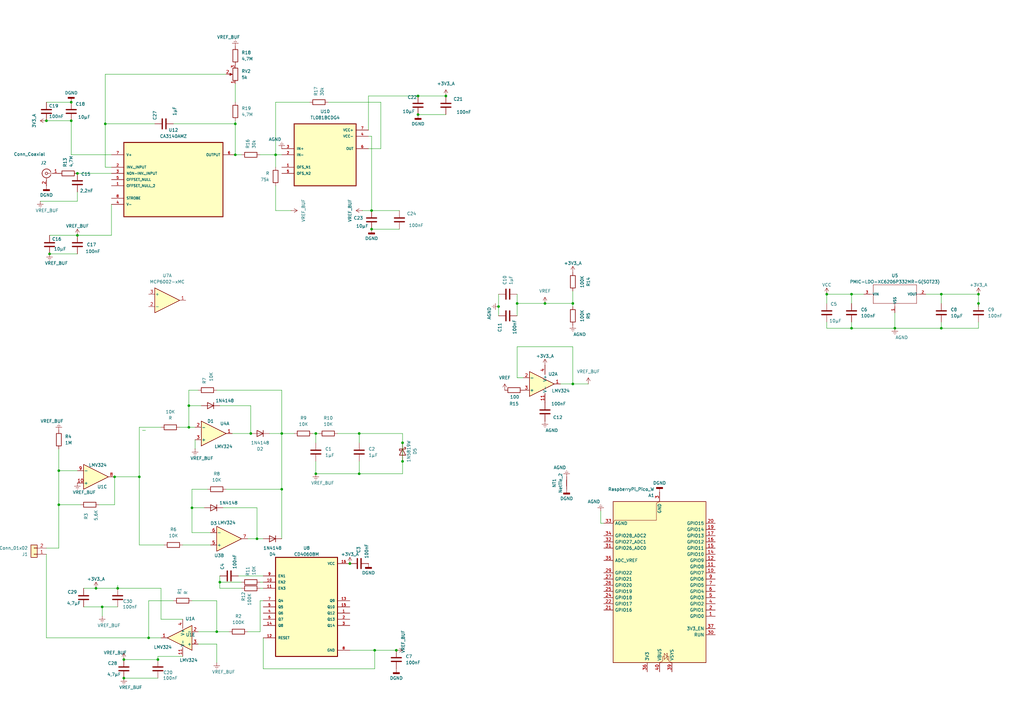
<source format=kicad_sch>
(kicad_sch (version 20250114) (generator "eeschema") (generator_version "9.0")
  (paper "A3")
  (junction (at 147.32 194.31))
  (junction (at 162.56 266.7))
  (junction (at 165.1 181.61))
  (junction (at 50.8 270.51))
  (junction (at 129.54 194.31))
  (junction (at 105.41 220.98))
  (junction (at 24.13 207.01))
  (junction (at 48.26 241.3))
  (junction (at 20.32 104.14))
  (junction (at 171.45 46.99))
  (junction (at 77.47 166.37))
  (junction (at 401.32 124.46))
  (junction (at 115.57 177.8))
  (junction (at 234.95 124.46))
  (junction (at 41.91 248.92))
  (junction (at 39.37 241.3))
  (junction (at 46.99 195.58))
  (junction (at 153.67 266.7))
  (junction (at 182.88 39.37))
  (junction (at 367.03 134.62))
  (junction (at 77.47 175.26))
  (junction (at 90.17 238.76))
  (junction (at 31.75 96.52))
  (junction (at 204.47 125.73))
  (junction (at 171.45 39.37))
  (junction (at 223.52 124.46))
  (junction (at 152.4 93.98))
  (junction (at 386.08 120.65))
  (junction (at 64.77 270.51))
  (junction (at 29.21 49.53))
  (junction (at 102.87 177.8))
  (junction (at 96.52 50.8))
  (junction (at 31.75 71.12))
  (junction (at 43.18 50.8))
  (junction (at 50.8 278.13))
  (junction (at 88.9 259.08))
  (junction (at 19.05 49.53))
  (junction (at 234.95 157.48))
  (junction (at 60.96 261.62))
  (junction (at 349.25 120.65))
  (junction (at 113.03 63.5))
  (junction (at 212.09 124.46))
  (junction (at 115.57 200.66))
  (junction (at 129.54 177.8))
  (junction (at 349.25 134.62))
  (junction (at 24.13 193.04))
  (junction (at 147.32 177.8))
  (junction (at 96.52 63.5))
  (junction (at 78.74 208.28))
  (junction (at 152.4 86.36))
  (junction (at 386.08 134.62))
  (junction (at 339.09 120.65))
  (junction (at 401.32 120.65))
  (junction (at 143.51 231.14))
  (junction (at 165.1 189.23))
  (junction (at 57.15 195.58))
  (junction (at 29.21 41.91))
  (wire (pts (xy 246.38 209.55) (xy 246.38 214.63)))
  (wire (pts (xy 349.25 120.65) (xy 354.33 120.65)))
  (wire (pts (xy 246.38 214.63) (xy 247.65 214.63)))
  (wire (pts (xy 115.57 160.02) (xy 115.57 177.8)))
  (wire (pts (xy 43.18 68.58) (xy 43.18 50.8)))
  (wire (pts (xy 401.32 120.65) (xy 401.32 124.46)))
  (wire (pts (xy 24.13 224.79) (xy 19.05 224.79)))
  (wire (pts (xy 212.09 120.65) (xy 212.09 124.46)))
  (wire (pts (xy 105.41 220.98) (xy 101.6 220.98)))
  (wire (pts (xy 16.51 82.55) (xy 31.75 82.55)))
  (wire (pts (xy 99.06 241.3) (xy 90.17 241.3)))
  (wire (pts (xy 204.47 125.73) (xy 204.47 129.54)))
  (wire (pts (xy 143.51 266.7) (xy 153.67 266.7)))
  (wire (pts (xy 234.95 124.46) (xy 234.95 125.73)))
  (wire (pts (xy 147.32 177.8) (xy 147.32 181.61)))
  (wire (pts (xy 115.57 177.8) (xy 110.49 177.8)))
  (wire (pts (xy 401.32 134.62) (xy 401.32 132.08)))
  (wire (pts (xy 57.15 175.26) (xy 66.04 175.26)))
  (wire (pts (xy 46.99 195.58) (xy 57.15 195.58)))
  (wire (pts (xy 165.1 194.31) (xy 147.32 194.31)))
  (wire (pts (xy 171.45 46.99) (xy 182.88 46.99)))
  (wire (pts (xy 106.68 241.3) (xy 107.95 241.3)))
  (wire (pts (xy 86.36 218.44) (xy 78.74 218.44)))
  (wire (pts (xy 147.32 194.31) (xy 129.54 194.31)))
  (wire (pts (xy 113.03 63.5) (xy 113.03 68.58)))
  (wire (pts (xy 339.09 134.62) (xy 349.25 134.62)))
  (wire (pts (xy 34.29 241.3) (xy 39.37 241.3)))
  (wire (pts (xy 401.32 134.62) (xy 386.08 134.62)))
  (wire (pts (xy 151.13 39.37) (xy 171.45 39.37)))
  (wire (pts (xy 46.99 207.01) (xy 40.64 207.01)))
  (wire (pts (xy 401.32 125.73) (xy 401.32 124.46)))
  (wire (pts (xy 379.73 120.65) (xy 386.08 120.65)))
  (wire (pts (xy 66.04 241.3) (xy 66.04 254)))
  (wire (pts (xy 147.32 177.8) (xy 165.1 177.8)))
  (wire (pts (xy 349.25 134.62) (xy 367.03 134.62)))
  (wire (pts (xy 43.18 30.48) (xy 92.71 30.48)))
  (wire (pts (xy 88.9 271.78) (xy 88.9 264.16)))
  (wire (pts (xy 77.47 175.26) (xy 73.66 175.26)))
  (wire (pts (xy 153.67 266.7) (xy 162.56 266.7)))
  (wire (pts (xy 223.52 124.46) (xy 234.95 124.46)))
  (wire (pts (xy 74.93 223.52) (xy 86.36 223.52)))
  (wire (pts (xy 57.15 195.58) (xy 57.15 223.52)))
  (wire (pts (xy 212.09 154.94) (xy 214.63 154.94)))
  (wire (pts (xy 46.99 195.58) (xy 46.99 207.01)))
  (wire (pts (xy 339.09 124.46) (xy 339.09 120.65)))
  (wire (pts (xy 234.95 157.48) (xy 229.87 157.48)))
  (wire (pts (xy 129.54 177.8) (xy 130.81 177.8)))
  (wire (pts (xy 129.54 194.31) (xy 129.54 189.23)))
  (wire (pts (xy 212.09 124.46) (xy 212.09 129.54)))
  (wire (pts (xy 349.25 124.46) (xy 349.25 120.65)))
  (wire (pts (xy 88.9 259.08) (xy 88.9 246.38)))
  (wire (pts (xy 113.03 63.5) (xy 113.03 41.91)))
  (wire (pts (xy 81.28 259.08) (xy 88.9 259.08)))
  (wire (pts (xy 241.3 157.48) (xy 234.95 157.48)))
  (wire (pts (xy 39.37 241.3) (xy 48.26 241.3)))
  (wire (pts (xy 339.09 132.08) (xy 339.09 134.62)))
  (wire (pts (xy 29.21 63.5) (xy 45.72 63.5)))
  (wire (pts (xy 92.71 200.66) (xy 115.57 200.66)))
  (wire (pts (xy 156.21 60.96) (xy 151.13 60.96)))
  (wire (pts (xy 31.75 78.74) (xy 31.75 82.55)))
  (wire (pts (xy 165.1 194.31) (xy 165.1 189.23)))
  (wire (pts (xy 20.32 104.14) (xy 31.75 104.14)))
  (wire (pts (xy 66.04 254) (xy 74.93 254)))
  (wire (pts (xy 151.13 53.34) (xy 151.13 39.37)))
  (wire (pts (xy 90.17 238.76) (xy 90.17 241.3)))
  (wire (pts (xy 88.9 246.38) (xy 78.74 246.38)))
  (wire (pts (xy 107.95 261.62) (xy 107.95 274.32)))
  (wire (pts (xy 19.05 41.91) (xy 29.21 41.91)))
  (wire (pts (xy 106.68 238.76) (xy 107.95 238.76)))
  (wire (pts (xy 152.4 55.88) (xy 151.13 55.88)))
  (wire (pts (xy 129.54 177.8) (xy 129.54 181.61)))
  (wire (pts (xy 97.79 236.22) (xy 107.95 236.22)))
  (wire (pts (xy 106.68 246.38) (xy 107.95 246.38)))
  (wire (pts (xy 153.67 274.32) (xy 153.67 266.7)))
  (wire (pts (xy 60.96 261.62) (xy 19.05 261.62)))
  (wire (pts (xy 152.4 93.98) (xy 163.83 93.98)))
  (wire (pts (xy 386.08 120.65) (xy 386.08 124.46)))
  (wire (pts (xy 165.1 177.8) (xy 165.1 181.61)))
  (wire (pts (xy 50.8 278.13) (xy 64.77 278.13)))
  (wire (pts (xy 64.77 269.24) (xy 64.77 270.51)))
  (wire (pts (xy 78.74 218.44) (xy 78.74 208.28)))
  (wire (pts (xy 105.41 208.28) (xy 105.41 220.98)))
  (wire (pts (xy 128.27 177.8) (xy 129.54 177.8)))
  (wire (pts (xy 90.17 166.37) (xy 102.87 166.37)))
  (wire (pts (xy 48.26 240.03) (xy 48.26 241.3)))
  (wire (pts (xy 77.47 166.37) (xy 82.55 166.37)))
  (wire (pts (xy 367.03 128.27) (xy 367.03 134.62)))
  (wire (pts (xy 156.21 41.91) (xy 156.21 60.96)))
  (wire (pts (xy 138.43 177.8) (xy 147.32 177.8)))
  (wire (pts (xy 71.12 50.8) (xy 96.52 50.8)))
  (wire (pts (xy 71.12 246.38) (xy 60.96 246.38)))
  (wire (pts (xy 19.05 261.62) (xy 19.05 227.33)))
  (wire (pts (xy 59.69 176.53) (xy 58.42 176.53)))
  (wire (pts (xy 165.1 189.23) (xy 165.1 181.61)))
  (wire (pts (xy 60.96 246.38) (xy 60.96 261.62)))
  (wire (pts (xy 401.32 120.65) (xy 386.08 120.65)))
  (wire (pts (xy 43.18 30.48) (xy 43.18 50.8)))
  (wire (pts (xy 88.9 264.16) (xy 81.28 264.16)))
  (wire (pts (xy 45.72 83.82) (xy 45.72 96.52)))
  (wire (pts (xy 91.44 208.28) (xy 105.41 208.28)))
  (wire (pts (xy 45.72 96.52) (xy 31.75 96.52)))
  (wire (pts (xy 80.01 175.26) (xy 77.47 175.26)))
  (wire (pts (xy 113.03 76.2) (xy 113.03 86.36)))
  (wire (pts (xy 41.91 248.92) (xy 48.26 248.92)))
  (wire (pts (xy 204.47 120.65) (xy 204.47 125.73)))
  (wire (pts (xy 106.68 259.08) (xy 101.6 259.08)))
  (wire (pts (xy 113.03 41.91) (xy 127 41.91)))
  (wire (pts (xy 148.59 86.36) (xy 152.4 86.36)))
  (wire (pts (xy 67.31 223.52) (xy 57.15 223.52)))
  (wire (pts (xy 113.03 86.36) (xy 119.38 86.36)))
  (wire (pts (xy 96.52 50.8) (xy 96.52 63.5)))
  (wire (pts (xy 48.26 241.3) (xy 66.04 241.3)))
  (wire (pts (xy 78.74 208.28) (xy 78.74 200.66)))
  (wire (pts (xy 152.4 86.36) (xy 163.83 86.36)))
  (wire (pts (xy 24.13 207.01) (xy 24.13 193.04)))
  (wire (pts (xy 88.9 160.02) (xy 115.57 160.02)))
  (wire (pts (xy 60.96 261.62) (xy 66.04 261.62)))
  (wire (pts (xy 212.09 154.94) (xy 212.09 142.24)))
  (wire (pts (xy 115.57 200.66) (xy 115.57 177.8)))
  (wire (pts (xy 31.75 193.04) (xy 24.13 193.04)))
  (wire (pts (xy 152.4 86.36) (xy 152.4 55.88)))
  (wire (pts (xy 234.95 142.24) (xy 234.95 157.48)))
  (wire (pts (xy 78.74 200.66) (xy 85.09 200.66)))
  (wire (pts (xy 77.47 166.37) (xy 77.47 160.02)))
  (wire (pts (xy 20.32 96.52) (xy 31.75 96.52)))
  (wire (pts (xy 115.57 177.8) (xy 120.65 177.8)))
  (wire (pts (xy 50.8 270.51) (xy 64.77 270.51)))
  (wire (pts (xy 99.06 238.76) (xy 90.17 238.76)))
  (wire (pts (xy 115.57 63.5) (xy 113.03 63.5)))
  (wire (pts (xy 339.09 120.65) (xy 349.25 120.65)))
  (wire (pts (xy 96.52 34.29) (xy 96.52 41.91)))
  (wire (pts (xy 77.47 175.26) (xy 77.47 166.37)))
  (wire (pts (xy 88.9 259.08) (xy 93.98 259.08)))
  (wire (pts (xy 80.01 180.34) (xy 80.01 184.15)))
  (wire (pts (xy 102.87 177.8) (xy 95.25 177.8)))
  (wire (pts (xy 19.05 49.53) (xy 29.21 49.53)))
  (wire (pts (xy 106.68 259.08) (xy 106.68 246.38)))
  (wire (pts (xy 386.08 134.62) (xy 367.03 134.62)))
  (wire (pts (xy 147.32 189.23) (xy 147.32 194.31)))
  (wire (pts (xy 41.91 252.73) (xy 41.91 248.92)))
  (wire (pts (xy 24.13 207.01) (xy 24.13 224.79)))
  (wire (pts (xy 115.57 220.98) (xy 115.57 200.66)))
  (wire (pts (xy 29.21 49.53) (xy 29.21 63.5)))
  (wire (pts (xy 134.62 41.91) (xy 156.21 41.91)))
  (wire (pts (xy 386.08 134.62) (xy 386.08 132.08)))
  (wire (pts (xy 24.13 193.04) (xy 24.13 184.15)))
  (wire (pts (xy 90.17 236.22) (xy 90.17 238.76)))
  (wire (pts (xy 34.29 248.92) (xy 41.91 248.92)))
  (wire (pts (xy 171.45 39.37) (xy 182.88 39.37)))
  (wire (pts (xy 212.09 124.46) (xy 223.52 124.46)))
  (wire (pts (xy 74.93 269.24) (xy 64.77 269.24)))
  (wire (pts (xy 107.95 220.98) (xy 105.41 220.98)))
  (wire (pts (xy 106.68 63.5) (xy 113.03 63.5)))
  (wire (pts (xy 96.52 63.5) (xy 99.06 63.5)))
  (wire (pts (xy 107.95 274.32) (xy 153.67 274.32)))
  (wire (pts (xy 31.75 71.12) (xy 45.72 71.12)))
  (wire (pts (xy 57.15 175.26) (xy 57.15 195.58)))
  (wire (pts (xy 77.47 160.02) (xy 81.28 160.02)))
  (wire (pts (xy 96.52 49.53) (xy 96.52 50.8)))
  (wire (pts (xy 234.95 119.38) (xy 234.95 124.46)))
  (wire (pts (xy 43.18 50.8) (xy 63.5 50.8)))
  (wire (pts (xy 349.25 134.62) (xy 349.25 132.08)))
  (wire (pts (xy 45.72 68.58) (xy 43.18 68.58)))
  (wire (pts (xy 102.87 166.37) (xy 102.87 177.8)))
  (wire (pts (xy 212.09 142.24) (xy 234.95 142.24)))
  (wire (pts (xy 78.74 208.28) (xy 83.82 208.28)))
  (wire (pts (xy 33.02 207.01) (xy 24.13 207.01)))
  (symbol (lib_id "Device:C") (at 162.56 270.51 0) (unit 1)
    (property "Reference" "C7" (at 166.37 269.2399 0) (effects (justify left)))
    (property "Value" "100nF" (at 166.37 271.7799 0) (effects (justify left)))
    (property "Description" "Unpolarized capacitor" (effects (hide yes)))
  )
  (symbol (lib_id "Device:C") (at 223.52 168.91 0) (unit 1)
    (property "Reference" "C12" (at 226.822 171.196 0) (effects (justify left)))
    (property "Value" "100nF" (at 226.06 165.608 0) (effects (justify left)))
    (property "Description" "Unpolarized capacitor" (effects (hide yes)))
  )
  (symbol (lib_id "Device:C") (at 20.32 100.33 0) (unit 1)
    (property "Reference" "C16" (at 21.336 98.044 0) (effects (justify left)))
    (property "Value" "10µF" (at 22.098 102.108 0) (effects (justify left)))
    (property "Description" "Unpolarized capacitor" (effects (hide yes)))
  )
  (symbol (lib_id "power:Earth") (at 204.47 125.73 270) (unit 1)
    (property "Reference" "#PWR036" (effects (hide yes)))
    (property "Value" "AGND" (at 200.66 128.524 0))
    (property "Description" "Power symbol creates a global label with name \"Earth\"" (effects (hide yes)))
  )
  (symbol (lib_id "power:VDD") (at 207.01 160.02 0) (unit 1)
    (property "Reference" "#PWR038" (effects (hide yes)))
    (property "Value" "VREF" (at 207.01 154.94 0))
    (property "Description" "Power symbol creates a global label with name \"VDD\"" (effects (hide yes)))
  )
  (symbol (lib_id "CD4060BM:CD4060BM") (at 125.73 248.92 0) (unit 1)
    (property "Reference" "U8" (at 125.73 224.79 0))
    (property "Value" "CD4060BM" (at 125.73 227.33 0))
    (property "Footprint" "CD4060BM:SOIC127P600X175-16N" (effects (hide yes)))
    (property "MF" "Texas Instruments" (effects (hide yes)))
    (property "Description_1" "CMOS 14-Stage Ripple-Carry Binary Counter/Divider and Oscillator" (effects (hide yes)))
    (property "Package" "SOIC-16 Texas Instruments" (effects (hide yes)))
    (property "Price" "None" (effects (hide yes)))
    (property "SnapEDA_Link" "https://www.snapeda.com/parts/CD4060BM/Texas+Instruments/view-part/?ref=snap" (effects (hide yes)))
    (property "MP" "CD4060BM" (effects (hide yes)))
    (property "Availability" "In Stock" (effects (hide yes)))
    (property "Check_prices" "https://www.snapeda.com/parts/CD4060BM/Texas+Instruments/view-part/?ref=eda" (effects (hide yes)))
  )
  (symbol (lib_id "power:Earth") (at 246.38 209.55 180) (unit 1)
    (property "Reference" "#PWR032" (effects (hide yes)))
    (property "Value" "AGND" (at 243.586 205.74 0))
    (property "Description" "Power symbol creates a global label with name \"Earth\"" (effects (hide yes)))
  )
  (symbol (lib_id "power:+3V0") (at 234.95 111.76 0) (unit 1)
    (property "Reference" "#PWR034" (effects (hide yes)))
    (property "Value" "+3V3_A" (at 234.95 107.95 0))
    (property "Description" "Power symbol creates a global label with name \"+3V0\"" (effects (hide yes)))
  )
  (symbol (lib_id "power:Earth") (at 223.52 172.72 0) (unit 1)
    (property "Reference" "#PWR040" (effects (hide yes)))
    (property "Value" "AGND" (at 226.314 176.53 0))
    (property "Description" "Power symbol creates a global label with name \"Earth\"" (effects (hide yes)))
  )
  (symbol (lib_id "Device:R") (at 96.52 22.86 0) (unit 1)
    (property "Reference" "R18" (at 99.06 21.5899 0) (effects (justify left)))
    (property "Value" "4,7M" (at 99.06 24.1299 0) (effects (justify left)))
    (property "Description" "Resistor" (effects (hide yes)))
  )
  (symbol (lib_id "power:GNDD") (at 152.4 93.98 0) (unit 1)
    (property "Reference" "#PWR020" (effects (hide yes)))
    (property "Value" "DGND" (at 152.4 97.79 0))
    (property "Description" "Power symbol creates a global label with name \"GNDD\" , digital ground" (effects (hide yes)))
  )
  (symbol (lib_id "Device:R") (at 113.03 72.39 180) (unit 1)
    (property "Reference" "75k" (at 110.49 73.6601 0) (effects (justify left)))
    (property "Value" "R" (at 110.49 71.1201 0) (effects (justify left)))
    (property "Description" "Resistor" (effects (hide yes)))
  )
  (symbol (lib_id "Device:R") (at 27.94 71.12 90) (unit 1)
    (property "Reference" "R13" (at 26.6699 68.58 0) (effects (justify left)))
    (property "Value" "4,7M" (at 29.2099 68.58 0) (effects (justify left)))
    (property "Description" "Resistor" (effects (hide yes)))
  )
  (symbol (lib_id "power:GNDD") (at 270.51 201.93 180) (unit 1)
    (property "Reference" "#PWR033" (effects (hide yes)))
    (property "Value" "DGND" (at 270.51 198.12 0))
    (property "Description" "Power symbol creates a global label with name \"GNDD\" , digital ground" (effects (hide yes)))
  )
  (symbol (lib_id "power:VCC") (at 339.09 120.65 0) (unit 1)
    (property "Reference" "#PWR011" (effects (hide yes)))
    (property "Value" "VCC" (at 339.09 116.84 0))
    (property "Description" "Power symbol creates a global label with name \"VCC\"" (effects (hide yes)))
  )
  (symbol (lib_id "Device:R") (at 234.95 115.57 0) (unit 1)
    (property "Reference" "R14" (at 241.3 115.57 90))
    (property "Value" "100K" (at 238.76 115.57 90))
    (property "Description" "Resistor" (effects (hide yes)))
  )
  (symbol (lib_id "Device:C") (at 93.98 236.22 90) (unit 1)
    (property "Reference" "C4" (at 91.186 233.68 0) (effects (justify left)))
    (property "Value" "100nF" (at 96.266 233.426 0) (effects (justify left)))
    (property "Description" "Unpolarized capacitor" (effects (hide yes)))
  )
  (symbol (lib_id "Diode:1N4148") (at 86.36 166.37 180) (unit 1)
    (property "Reference" "D1" (at 86.36 172.72 0))
    (property "Value" "1N4148" (at 92.202 164.338 0))
    (property "Footprint" "Diode_THT:D_DO-35_SOD27_P7.62mm_Horizontal" (effects (hide yes)))
    (property "Datasheet" "https://assets.nexperia.com/documents/data-sheet/1N4148_1N4448.pdf" (effects (hide yes)))
    (property "Description" "100V 0.15A standard switching diode, DO-35" (effects (hide yes)))
    (property "Sim.Device" "D" (effects (hide yes)))
    (property "Sim.Pins" "1=K 2=A" (effects (hide yes)))
  )
  (symbol (lib_id "Amplifier_Operational:LMV324") (at 222.25 157.48 0) (mirror x) (unit 1)
    (property "Reference" "U2" (at 226.822 153.416 0))
    (property "Value" "LMV324" (effects (hide yes)))
    (property "Datasheet" "http://www.ti.com/lit/ds/symlink/lmv324.pdf" (effects (hide yes)))
    (property "Description" "Quad Low-Voltage Rail-to-Rail Output Operational Amplifier, SOIC-14/SSOP-14" (effects (hide yes)))
  )
  (symbol (lib_id "Device:R") (at 71.12 223.52 90) (unit 1)
    (property "Reference" "R6" (at 71.12 217.17 90))
    (property "Value" "10K" (at 71.12 219.71 90))
    (property "Description" "Resistor" (effects (hide yes)))
  )
  (symbol (lib_id "power:+3V0") (at 401.32 120.65 0) (unit 1)
    (property "Reference" "#PWR012" (effects (hide yes)))
    (property "Value" "+3V3_A" (at 401.32 116.84 0))
    (property "Description" "Power symbol creates a global label with name \"+3V0\"" (effects (hide yes)))
  )
  (symbol (lib_id "Device:C") (at 182.88 43.18 0) (unit 1)
    (property "Reference" "C21" (at 185.928 40.64 0) (effects (justify left)))
    (property "Value" "100nF" (at 187.198 45.974 0) (effects (justify left)))
    (property "Description" "Unpolarized capacitor" (effects (hide yes)))
  )
  (symbol (lib_id "Device:R") (at 85.09 160.02 90) (unit 1)
    (property "Reference" "R7" (at 83.8199 157.48 0) (effects (justify left)))
    (property "Value" "10K" (at 86.614 156.464 0) (effects (justify left)))
    (property "Description" "Resistor" (effects (hide yes)))
  )
  (symbol (lib_id "power:Earth") (at 234.95 133.35 0) (unit 1)
    (property "Reference" "#PWR035" (effects (hide yes)))
    (property "Value" "AGND" (at 237.744 137.16 0))
    (property "Description" "Power symbol creates a global label with name \"Earth\"" (effects (hide yes)))
  )
  (symbol (lib_id "CA3140AMZ:CA3140AMZ") (at 71.12 71.12 0) (unit 1)
    (property "Reference" "U12" (at 71.12 53.34 0))
    (property "Value" "CA3140AMZ" (at 71.12 55.88 0))
    (property "Footprint" "CA3140AMZ:SOIC127P600X175-8N" (effects (hide yes)))
    (property "MF" "Renesas Electronics" (effects (hide yes)))
    (property "Description_1" "Standard (General Purpose) Amplifier 1 Circuit 8-SOIC" (effects (hide yes)))
    (property "PACKAGE" "SOIC-8" (effects (hide yes)))
    (property "MPN" "CA3140AMZ" (effects (hide yes)))
    (property "Price" "None" (effects (hide yes)))
    (property "Package" "SOIC-8 Intersil" (effects (hide yes)))
    (property "OC_FARNELL" "9663622" (effects (hide yes)))
    (property "SnapEDA_Link" "https://www.snapeda.com/parts/CA3140AMZ/Renesas/view-part/?ref=snap" (effects (hide yes)))
    (property "MP" "CA3140AMZ" (effects (hide yes)))
    (property "Purchase-URL" "https://www.snapeda.com/api/url_track_click_mouser/?unipart_id=332158&manufacturer=Renesas Electronics&part_name=CA3140AMZ&search_term=None" (effects (hide yes)))
    (property "SUPPLIER" "INTERSIL" (effects (hide yes)))
    (property "OC_NEWARK" "57K3024" (effects (hide yes)))
    (property "Availability" "In Stock" (effects (hide yes)))
    (property "Check_prices" "https://www.snapeda.com/parts/CA3140AMZ/Renesas/view-part/?ref=eda" (effects (hide yes)))
  )
  (symbol (lib_id "power:+3V0") (at 31.75 96.52 0) (unit 1)
    (property "Reference" "#PWR016" (effects (hide yes)))
    (property "Value" "VREF_BUF" (at 31.75 92.71 0))
    (property "Description" "Power symbol creates a global label with name \"+3V0\"" (effects (hide yes)))
  )
  (symbol (lib_id "power:+5V") (at 148.59 86.36 90) (unit 1)
    (property "Reference" "#PWR028" (effects (hide yes)))
    (property "Value" "VREF_BUF" (at 143.51 86.36 0))
    (property "Description" "Power symbol creates a global label with name \"+5V\"" (effects (hide yes)))
  )
  (symbol (lib_id "Device:R") (at 102.87 241.3 90) (unit 1)
    (property "Reference" "R12" (at 99.822 246.634 0) (effects (justify left)))
    (property "Value" "100K" (at 101.6 248.412 0) (effects (justify left top)))
    (property "Description" "Resistor" (effects (hide yes)))
  )
  (symbol (lib_id "power:GNDD") (at 171.45 46.99 0) (unit 1)
    (property "Reference" "#PWR023" (effects (hide yes)))
    (property "Value" "DGND" (at 171.45 50.8 0))
    (property "Description" "Power symbol creates a global label with name \"GNDD\" , digital ground" (effects (hide yes)))
  )
  (symbol (lib_id "power:Earth") (at 232.41 195.58 180) (unit 1)
    (property "Reference" "#PWR031" (effects (hide yes)))
    (property "Value" "AGND" (at 229.616 191.77 0))
    (property "Description" "Power symbol creates a global label with name \"Earth\"" (effects (hide yes)))
  )
  (symbol (lib_id "Amplifier_Operational:MCP6002-xMC") (at 68.58 123.19 0) (unit 1)
    (property "Reference" "U7" (at 68.58 113.03 0))
    (property "Value" "MCP6002-xMC" (at 68.58 115.57 0))
    (property "Footprint" "Package_DFN_QFN:DFN-8-1EP_3x2mm_P0.5mm_EP1.75x1.45mm" (effects (hide yes)))
    (property "Datasheet" "http://ww1.microchip.com/downloads/en/DeviceDoc/21733j.pdf" (effects (hide yes)))
    (property "Description" "1MHz, Low-Power Op Amp, DFN-8" (effects (hide yes)))
  )
  (symbol (lib_id "Device:C") (at 129.54 185.42 0) (unit 1)
    (property "Reference" "C1" (at 133.35 184.1499 0) (effects (justify left)))
    (property "Value" "1µF" (at 133.35 186.6899 0) (effects (justify left)))
    (property "Description" "Unpolarized capacitor" (effects (hide yes)))
  )
  (symbol (lib_id "TL081BCDG4:TL081BCDG4") (at 133.35 63.5 0) (unit 1)
    (property "Reference" "U10" (at 133.35 45.72 0))
    (property "Value" "TL081BCDG4" (at 133.35 48.26 0))
    (property "Footprint" "TL081BCDG4:SOIC127P599X175-8N" (effects (hide yes)))
    (property "MF" "Texas Instruments" (effects (hide yes)))
    (property "Description_1" "J-FET Amplifier 1 Circuit - 8-SOIC" (effects (hide yes)))
    (property "Package" "SOIC-8 Texas Instruments" (effects (hide yes)))
    (property "Price" "None" (effects (hide yes)))
    (property "SnapEDA_Link" "https://www.snapeda.com/parts/TL081BCDG4/Texas+Instruments/view-part/?ref=snap" (effects (hide yes)))
    (property "MP" "TL081BCDG4" (effects (hide yes)))
    (property "Purchase-URL" "https://www.snapeda.com/api/url_track_click_mouser/?unipart_id=641160&manufacturer=Texas Instruments&part_name=TL081BCDG4&search_term=None" (effects (hide yes)))
    (property "Availability" "In Stock" (effects (hide yes)))
    (property "Check_prices" "https://www.snapeda.com/parts/TL081BCDG4/Texas+Instruments/view-part/?ref=eda" (effects (hide yes)))
  )
  (symbol (lib_id "Device:R") (at 36.83 207.01 90) (unit 1)
    (property "Reference" "R3" (at 35.306 213.106 0) (effects (justify left)))
    (property "Value" "5,6K" (at 39.37 213.614 0) (effects (justify left)))
    (property "Description" "Resistor" (effects (hide yes)))
  )
  (symbol (lib_id "power:Earth") (at 115.57 60.96 180) (unit 1)
    (property "Reference" "#PWR025" (effects (hide yes)))
    (property "Value" "AGND" (at 112.776 57.15 0))
    (property "Description" "Power symbol creates a global label with name \"Earth\"" (effects (hide yes)))
  )
  (symbol (lib_id "Device:C") (at 31.75 100.33 0) (unit 1)
    (property "Reference" "C17" (at 35.56 100.33 0) (effects (justify left)))
    (property "Value" "100nF" (at 35.052 103.124 0) (effects (justify left)))
    (property "Description" "Unpolarized capacitor" (effects (hide yes)))
  )
  (symbol (lib_id "Device:C") (at 171.45 43.18 0) (unit 1)
    (property "Reference" "C22" (at 167.132 39.878 0) (effects (justify left)))
    (property "Value" "10µF" (at 165.1 45.72 0) (effects (justify left)))
    (property "Description" "Unpolarized capacitor" (effects (hide yes)))
  )
  (symbol (lib_id "Device:C") (at 31.75 74.93 0) (unit 1)
    (property "Reference" "C15" (at 33.274 71.374 0) (effects (justify left)))
    (property "Value" "2,2nF" (at 32.766 78.232 0) (effects (justify left)))
    (property "Description" "Unpolarized capacitor" (effects (hide yes)))
  )
  (symbol (lib_id "power:Earth") (at 80.01 184.15 0) (unit 1)
    (property "Reference" "#PWR06" (effects (hide yes)))
    (property "Value" "VREF_BUF" (at 82.804 187.96 0))
    (property "Description" "Power symbol creates a global label with name \"Earth\"" (effects (hide yes)))
  )
  (symbol (lib_id "Device:R") (at 102.87 63.5 90) (unit 1)
    (property "Reference" "R16" (at 101.5999 60.96 0) (effects (justify left)))
    (property "Value" "30k" (at 104.1399 60.96 0) (effects (justify left)))
    (property "Description" "Resistor" (effects (hide yes)))
  )
  (symbol (lib_id "power:+5V") (at 182.88 39.37 0) (unit 1)
    (property "Reference" "#PWR024" (effects (hide yes)))
    (property "Value" "+3V3_A" (at 182.88 34.29 0))
    (property "Description" "Power symbol creates a global label with name \"+5V\"" (effects (hide yes)))
  )
  (symbol (lib_id "power:Earth") (at 24.13 176.53 180) (unit 1)
    (property "Reference" "#PWR02" (effects (hide yes)))
    (property "Value" "VREF_BUF" (at 21.336 172.72 0))
    (property "Description" "Power symbol creates a global label with name \"Earth\"" (effects (hide yes)))
  )
  (symbol (lib_id "MCU_Module:RaspberryPi_Pico_W") (at 270.51 237.49 180) (unit 1)
    (property "Reference" "A1" (at 268.3667 203.2 0) (effects (justify left)))
    (property "Value" "RaspberryPi_Pico_W" (at 268.3667 200.66 0) (effects (justify left)))
    (property "Footprint" "Module:RaspberryPi_Pico_W_SMD_HandSolder" (effects (hide yes)))
    (property "Datasheet" "https://datasheets.raspberrypi.com/picow/pico-w-datasheet.pdf" (effects (hide yes)))
    (property "Description" "Versatile and inexpensive wireless microcontroller module powered by RP2040 dual-core Arm Cortex-M0+ processor up to 133 MHz, 264kB SRAM, 2MB QSPI flash, Infineon CYW43439 2.4GHz 802.11n wireless LAN; also supports Raspberry Pi Pico 2 W" (effects (hide yes)))
  )
  (symbol (lib_id "power:+5V") (at 19.05 49.53 90) (unit 1)
    (property "Reference" "#PWR021" (effects (hide yes)))
    (property "Value" "3V3_A" (at 13.97 49.53 0))
    (property "Description" "Power symbol creates a global label with name \"+5V\"" (effects (hide yes)))
  )
  (symbol (lib_id "power:+5V") (at 119.38 86.36 270) (unit 1)
    (property "Reference" "#PWR029" (effects (hide yes)))
    (property "Value" "VREF_BUF" (at 124.46 86.36 0))
    (property "Description" "Power symbol creates a global label with name \"+5V\"" (effects (hide yes)))
  )
  (symbol (lib_id "Device:R") (at 210.82 160.02 90) (unit 1)
    (property "Reference" "R15" (at 210.82 165.608 90))
    (property "Value" "100" (at 211.074 162.814 90))
    (property "Description" "Resistor" (effects (hide yes)))
  )
  (symbol (lib_id "power:VDD") (at 223.52 124.46 0) (unit 1)
    (property "Reference" "#PWR037" (effects (hide yes)))
    (property "Value" "VREF" (at 223.52 119.38 0))
    (property "Description" "Power symbol creates a global label with name \"VDD\"" (effects (hide yes)))
  )
  (symbol (lib_id "Device:C") (at 339.09 128.27 0) (unit 1)
    (property "Reference" "C5" (at 340.614 124.714 0) (effects (justify left)))
    (property "Value" "10µF" (at 340.106 131.572 0) (effects (justify left)))
    (property "Description" "Unpolarized capacitor" (effects (hide yes)))
  )
  (symbol (lib_id "power:Earth") (at 367.03 134.62 0) (unit 1)
    (property "Reference" "#PWR013" (effects (hide yes)))
    (property "Value" "AGND" (at 369.824 138.43 0))
    (property "Description" "Power symbol creates a global label with name \"Earth\"" (effects (hide yes)))
  )
  (symbol (lib_id "power:GNDD") (at 162.56 274.32 0) (unit 1)
    (property "Reference" "#PWR07" (effects (hide yes)))
    (property "Value" "DGND" (at 162.56 278.13 0))
    (property "Description" "Power symbol creates a global label with name \"GNDD\" , digital ground" (effects (hide yes)))
  )
  (symbol (lib_id "Diode:1N5819") (at 165.1 185.42 270) (unit 1)
    (property "Reference" "D5" (at 170.18 185.1025 0))
    (property "Value" "1N5819W" (at 167.64 185.1025 0))
    (property "Footprint" "Diode_THT:D_DO-41_SOD81_P10.16mm_Horizontal" (effects (hide yes)))
    (property "Datasheet" "http://www.vishay.com/docs/88525/1n5817.pdf" (effects (hide yes)))
    (property "Description" "40V 1A Schottky Barrier Rectifier Diode, DO-41" (effects (hide yes)))
  )
  (symbol (lib_id "power:Earth") (at 129.54 194.31 0) (unit 1)
    (property "Reference" "#PWR03" (effects (hide yes)))
    (property "Value" "VREF_BUF" (at 132.334 198.12 0))
    (property "Description" "Power symbol creates a global label with name \"Earth\"" (effects (hide yes)))
  )
  (symbol (lib_id "Amplifier_Operational:LMV324") (at 39.37 195.58 0) (mirror x) (unit 3)
    (property "Reference" "U1" (at 41.91 199.644 0))
    (property "Value" "LMV324" (at 40.132 190.754 0))
    (property "Datasheet" "http://www.ti.com/lit/ds/symlink/lmv324.pdf" (effects (hide yes)))
    (property "Description" "Quad Low-Voltage Rail-to-Rail Output Operational Amplifier, SOIC-14/SSOP-14" (effects (hide yes)))
  )
  (symbol (lib_id "Device:R") (at 69.85 175.26 90) (unit 1)
    (property "Reference" "10K" (at 69.85 168.91 90))
    (property "Value" "R" (at 69.85 171.45 90))
    (property "Description" "Resistor" (effects (hide yes)))
  )
  (symbol (lib_id "Diode:1N4148") (at 106.68 177.8 180) (unit 1)
    (property "Reference" "D2" (at 106.68 184.15 0))
    (property "Value" "1N4148" (at 106.68 181.61 0))
    (property "Footprint" "Diode_THT:D_DO-35_SOD27_P7.62mm_Horizontal" (effects (hide yes)))
    (property "Datasheet" "https://assets.nexperia.com/documents/data-sheet/1N4148_1N4448.pdf" (effects (hide yes)))
    (property "Description" "100V 0.15A standard switching diode, DO-35" (effects (hide yes)))
    (property "Sim.Device" "D" (effects (hide yes)))
    (property "Sim.Pins" "1=K 2=A" (effects (hide yes)))
  )
  (symbol (lib_id "power:VDD") (at 241.3 157.48 0) (unit 1)
    (property "Reference" "#PWR039" (effects (hide yes)))
    (property "Value" "VREF_BUF" (at 241.3 152.4 0))
    (property "Description" "Power symbol creates a global label with name \"VDD\"" (effects (hide yes)))
  )
  (symbol (lib_id "Device:R") (at 24.13 180.34 0) (unit 1)
    (property "Reference" "R4" (at 26.67 179.0699 0) (effects (justify left)))
    (property "Value" "1M" (at 26.67 181.6099 0) (effects (justify left)))
    (property "Description" "Resistor" (effects (hide yes)))
  )
  (symbol (lib_id "Device:C") (at 349.25 128.27 0) (unit 1)
    (property "Reference" "C6" (at 353.06 126.9999 0) (effects (justify left)))
    (property "Value" "100nF" (at 353.06 129.5399 0) (effects (justify left)))
    (property "Description" "Unpolarized capacitor" (effects (hide yes)))
  )
  (symbol (lib_id "Device:R_Potentiometer") (at 96.52 30.48 180) (unit 1)
    (property "Reference" "RV2" (at 99.06 29.2099 0) (effects (justify right)))
    (property "Value" "5k" (at 99.06 31.7499 0) (effects (justify right)))
    (property "Description" "Potentiometer" (effects (hide yes)))
  )
  (symbol (lib_id "Device:R") (at 124.46 177.8 90) (unit 1)
    (property "Reference" "R9" (at 124.46 171.45 90))
    (property "Value" "10K" (at 124.46 173.99 90))
    (property "Description" "Resistor" (effects (hide yes)))
  )
  (symbol (lib_id "Device:NetTie_2") (at 232.41 198.12 90) (unit 1) (in_bom no)
    (property "Reference" "NT1" (at 227.33 198.12 0))
    (property "Value" "NetTie_2" (at 229.87 198.12 0))
    (property "Description" "Net tie, 2 pins" (effects (hide yes)))
  )
  (symbol (lib_id "power:GNDD") (at 29.21 41.91 180) (unit 1)
    (property "Reference" "#PWR019" (effects (hide yes)))
    (property "Value" "DGND" (at 29.21 38.1 0))
    (property "Description" "Power symbol creates a global label with name \"GNDD\" , digital ground" (effects (hide yes)))
  )
  (symbol (lib_id "PMIC-LDO-XC6206P332MR-G_SOT23_:PMIC-LDO-XC6206P332MR-G(SOT23)") (at 367.03 120.65 0) (unit 1)
    (property "Reference" "U5" (at 367.03 113.03 0))
    (property "Value" "PMIC-LDO-XC6206P332MR-G(SOT23)" (at 367.03 115.57 0))
    (property "Footprint" "SOT-23" (effects (hide yes)))
    (property "MPN" "XC6206P332MR-G" (effects (hide yes)))
    (property "VALUE" "XC6206P332MR-G-SOT23" (effects (hide yes)))
  )
  (symbol (lib_id "Amplifier_Operational:LMV324") (at 73.66 261.62 180) (unit 1)
    (property "Reference" "U1" (at 77.978 253.746 0))
    (property "Value" "LMV324" (at 66.802 265.43 0))
    (property "Datasheet" "http://www.ti.com/lit/ds/symlink/lmv324.pdf" (effects (hide yes)))
    (property "Description" "Quad Low-Voltage Rail-to-Rail Output Operational Amplifier, SOIC-14/SSOP-14" (effects (hide yes)))
  )
  (symbol (lib_id "Device:C") (at 152.4 90.17 0) (unit 1)
    (property "Reference" "C23" (at 145.034 89.408 0) (effects (justify left)))
    (property "Value" "10µF" (at 146.05 92.71 0) (effects (justify left)))
    (property "Description" "Unpolarized capacitor" (effects (hide yes)))
  )
  (symbol (lib_id "Device:R") (at 74.93 246.38 90) (unit 1)
    (property "Reference" "R1" (at 73.6599 243.84 0) (effects (justify left)))
    (property "Value" "R" (at 76.1999 243.84 0) (effects (justify left)))
    (property "Description" "Resistor" (effects (hide yes)))
  )
  (symbol (lib_id "Diode:1N4148") (at 111.76 220.98 180) (unit 1)
    (property "Reference" "D4" (at 111.76 227.33 0))
    (property "Value" "1N4148" (at 111.76 224.79 0))
    (property "Footprint" "Diode_THT:D_DO-35_SOD27_P7.62mm_Horizontal" (effects (hide yes)))
    (property "Datasheet" "https://assets.nexperia.com/documents/data-sheet/1N4148_1N4448.pdf" (effects (hide yes)))
    (property "Description" "100V 0.15A standard switching diode, DO-35" (effects (hide yes)))
    (property "Sim.Device" "D" (effects (hide yes)))
    (property "Sim.Pins" "1=K 2=A" (effects (hide yes)))
  )
  (symbol (lib_id "Device:C") (at 67.31 50.8 90) (unit 1)
    (property "Reference" "C27" (at 63.5 49.276 0) (effects (justify left)))
    (property "Value" "1µF" (at 71.628 47.498 0) (effects (justify left)))
    (property "Description" "Unpolarized capacitor" (effects (hide yes)))
  )
  (symbol (lib_id "power:+3V0") (at 50.8 270.51 0) (unit 1)
    (property "Reference" "#PWR027" (effects (hide yes)))
    (property "Value" "VREF_BUF" (at 47.244 267.716 0))
    (property "Description" "Power symbol creates a global label with name \"+3V0\"" (effects (hide yes)))
  )
  (symbol (lib_id "Device:R") (at 234.95 129.54 0) (unit 1)
    (property "Reference" "R5" (at 241.3 129.54 90))
    (property "Value" "100K" (at 238.76 129.54 90))
    (property "Description" "Resistor" (effects (hide yes)))
  )
  (symbol (lib_id "Device:C") (at 64.77 274.32 180) (unit 1)
    (property "Reference" "C20" (at 70.866 275.844 0) (effects (justify left)))
    (property "Value" "100nF" (at 72.898 278.13 0) (effects (justify left)))
    (property "Description" "Unpolarized capacitor" (effects (hide yes)))
  )
  (symbol (lib_id "Device:C") (at 147.32 231.14 90) (unit 1)
    (property "Reference" "C3" (at 147.066 226.822 0) (effects (justify left)))
    (property "Value" "100nF" (at 150.368 229.108 0) (effects (justify left)))
    (property "Description" "Unpolarized capacitor" (effects (hide yes)))
  )
  (symbol (lib_id "Device:C") (at 29.21 45.72 0) (unit 1)
    (property "Reference" "C18" (at 30.988 42.672 0) (effects (justify left)))
    (property "Value" "10µF" (at 32.004 48.006 0) (effects (justify left)))
    (property "Description" "Unpolarized capacitor" (effects (hide yes)))
  )
  (symbol (lib_id "Device:C") (at 163.83 90.17 0) (unit 1)
    (property "Reference" "C24" (at 166.878 87.63 0) (effects (justify left)))
    (property "Value" "100nF" (at 167.64 92.456 0) (effects (justify left)))
    (property "Description" "Unpolarized capacitor" (effects (hide yes)))
  )
  (symbol (lib_id "power:Earth") (at 96.52 19.05 180) (unit 1)
    (property "Reference" "#PWR04" (effects (hide yes)))
    (property "Value" "VREF_BUF" (at 93.726 15.24 0))
    (property "Description" "Power symbol creates a global label with name \"Earth\"" (effects (hide yes)))
  )
  (symbol (lib_id "Device:C") (at 48.26 245.11 180) (unit 1)
    (property "Reference" "C30" (at 54.356 246.634 0) (effects (justify left)))
    (property "Value" "100nF" (at 56.388 248.92 0) (effects (justify left)))
    (property "Description" "Unpolarized capacitor" (effects (hide yes)))
  )
  (symbol (lib_id "Device:R") (at 102.87 238.76 90) (unit 1)
    (property "Reference" "R11" (at 101.5999 236.22 0) (effects (justify left)))
    (property "Value" "10K" (at 104.14 235.966 0) (effects (justify left)))
    (property "Description" "Resistor" (effects (hide yes)))
  )
  (symbol (lib_id "power:Earth") (at 31.75 198.12 0) (unit 1)
    (property "Reference" "#PWR026" (effects (hide yes)))
    (property "Value" "VREF_BUF" (at 34.544 201.93 0))
    (property "Description" "Power symbol creates a global label with name \"Earth\"" (effects (hide yes)))
  )
  (symbol (lib_id "Amplifier_Operational:LMV324") (at 226.06 157.48 0) (unit 5)
    (property "Reference" "U2" (effects (hide yes)))
    (property "Value" "LMV324" (at 226.314 160.274 0) (effects (justify left)))
    (property "Datasheet" "http://www.ti.com/lit/ds/symlink/lmv324.pdf" (effects (hide yes)))
    (property "Description" "Quad Low-Voltage Rail-to-Rail Output Operational Amplifier, SOIC-14/SSOP-14" (effects (hide yes)))
  )
  (symbol (lib_id "Device:C") (at 50.8 274.32 180) (unit 1)
    (property "Reference" "C28" (at 44.196 272.034 0) (effects (justify right)))
    (property "Value" "4,7µF" (at 43.942 276.606 0) (effects (justify right)))
    (property "Description" "Unpolarized capacitor" (effects (hide yes)))
  )
  (symbol (lib_id "Device:R") (at 134.62 177.8 90) (unit 1)
    (property "Reference" "R10" (at 134.62 171.45 90))
    (property "Value" "10K" (at 134.62 173.99 90))
    (property "Description" "Resistor" (effects (hide yes)))
  )
  (symbol (lib_id "power:Earth") (at 16.51 82.55 0) (unit 1)
    (property "Reference" "#PWR018" (effects (hide yes)))
    (property "Value" "VREF_BUF" (at 19.304 86.36 0))
    (property "Description" "Power symbol creates a global label with name \"Earth\"" (effects (hide yes)))
  )
  (symbol (lib_id "Device:C") (at 208.28 129.54 270) (unit 1)
    (property "Reference" "C11" (at 204.978 132.334 0) (effects (justify left)))
    (property "Value" "100nF" (at 211.074 131.064 0) (effects (justify left)))
    (property "Description" "Unpolarized capacitor" (effects (hide yes)))
  )
  (symbol (lib_id "Device:C") (at 208.28 120.65 90) (unit 1)
    (property "Reference" "C10" (at 207.0099 116.84 0) (effects (justify left)))
    (property "Value" "1µF" (at 209.5499 116.84 0) (effects (justify left)))
    (property "Description" "Unpolarized capacitor" (effects (hide yes)))
  )
  (symbol (lib_id "Diode:1N4148") (at 87.63 208.28 180) (unit 1)
    (property "Reference" "D3" (at 87.63 214.63 0))
    (property "Value" "1N4148" (at 93.726 206.248 0))
    (property "Footprint" "Diode_THT:D_DO-35_SOD27_P7.62mm_Horizontal" (effects (hide yes)))
    (property "Datasheet" "https://assets.nexperia.com/documents/data-sheet/1N4148_1N4448.pdf" (effects (hide yes)))
    (property "Description" "100V 0.15A standard switching diode, DO-35" (effects (hide yes)))
    (property "Sim.Device" "D" (effects (hide yes)))
    (property "Sim.Pins" "1=K 2=A" (effects (hide yes)))
  )
  (symbol (lib_id "Device:C") (at 147.32 185.42 0) (unit 1)
    (property "Reference" "C2" (at 151.13 184.1499 0) (effects (justify left)))
    (property "Value" "1µF" (at 151.13 186.6899 0) (effects (justify left)))
    (property "Description" "Unpolarized capacitor" (effects (hide yes)))
  )
  (symbol (lib_id "power:+3V0") (at 162.56 266.7 270) (unit 1)
    (property "Reference" "#PWR010" (effects (hide yes)))
    (property "Value" "VREF_BUF" (at 165.354 263.144 0))
    (property "Description" "Power symbol creates a global label with name \"+3V0\"" (effects (hide yes)))
  )
  (symbol (lib_id "Device:C") (at 34.29 245.11 180) (unit 1)
    (property "Reference" "C29" (at 27.686 242.824 0) (effects (justify right)))
    (property "Value" "4,7µF" (at 27.432 247.396 0) (effects (justify right)))
    (property "Description" "Unpolarized capacitor" (effects (hide yes)))
  )
  (symbol (lib_id "power:Earth") (at 50.8 278.13 0) (unit 1)
    (property "Reference" "#PWR08" (effects (hide yes)))
    (property "Value" "VREF_BUF" (at 53.594 281.94 0))
    (property "Description" "Power symbol creates a global label with name \"Earth\"" (effects (hide yes)))
  )
  (symbol (lib_id "Device:R") (at 130.81 41.91 90) (unit 1)
    (property "Reference" "R17" (at 129.5399 39.37 0) (effects (justify left)))
    (property "Value" "30k" (at 132.0799 39.37 0) (effects (justify left)))
    (property "Description" "Resistor" (effects (hide yes)))
  )
  (symbol (lib_id "power:Earth") (at 41.91 252.73 0) (unit 1)
    (property "Reference" "#PWR014" (effects (hide yes)))
    (property "Value" "VREF_BUF" (at 44.704 256.54 0))
    (property "Description" "Power symbol creates a global label with name \"Earth\"" (effects (hide yes)))
  )
  (symbol (lib_id "Device:C") (at 386.08 128.27 0) (unit 1)
    (property "Reference" "C8" (at 389.89 126.9999 0) (effects (justify left)))
    (property "Value" "10µF" (at 389.89 129.5399 0) (effects (justify left)))
    (property "Description" "Unpolarized capacitor" (effects (hide yes)))
  )
  (symbol (lib_id "power:+3V0") (at 143.51 231.14 0) (unit 1)
    (property "Reference" "#PWR09" (effects (hide yes)))
    (property "Value" "+3V3_A" (at 143.51 227.33 0))
    (property "Description" "Power symbol creates a global label with name \"+3V0\"" (effects (hide yes)))
  )
  (symbol (lib_id "Device:R") (at 88.9 200.66 90) (unit 1)
    (property "Reference" "R8" (at 88.9 194.31 90))
    (property "Value" "10K" (at 88.9 196.85 90))
    (property "Description" "Resistor" (effects (hide yes)))
  )
  (symbol (lib_id "Device:R") (at 96.52 45.72 0) (unit 1)
    (property "Reference" "R19" (at 99.06 44.4499 0) (effects (justify left)))
    (property "Value" "4,7M" (at 99.06 46.9899 0) (effects (justify left)))
    (property "Description" "Resistor" (effects (hide yes)))
  )
  (symbol (lib_id "power:Earth") (at 20.32 104.14 0) (unit 1)
    (property "Reference" "#PWR015" (effects (hide yes)))
    (property "Value" "VREF_BUF" (at 23.114 107.95 0))
    (property "Description" "Power symbol creates a global label with name \"Earth\"" (effects (hide yes)))
  )
  (symbol (lib_id "power:+3V0") (at 223.52 149.86 0) (unit 1)
    (property "Reference" "#PWR041" (effects (hide yes)))
    (property "Value" "+3V3_A" (at 223.52 146.05 0))
    (property "Description" "Power symbol creates a global label with name \"+3V0\"" (effects (hide yes)))
  )
  (symbol (lib_id "power:+3V0") (at 39.37 241.3 0) (unit 1)
    (property "Reference" "#PWR030" (effects (hide yes)))
    (property "Value" "+3V3_A" (at 39.37 237.49 0))
    (property "Description" "Power symbol creates a global label with name \"+3V0\"" (effects (hide yes)))
  )
  (symbol (lib_id "Device:C") (at 19.05 45.72 0) (unit 1)
    (property "Reference" "C19" (at 20.066 43.434 0) (effects (justify left)))
    (property "Value" "100nF" (at 20.066 47.752 0) (effects (justify left)))
    (property "Description" "Unpolarized capacitor" (effects (hide yes)))
  )
  (symbol (lib_id "Connector:Conn_Coaxial") (at 19.05 71.12 0) (mirror y) (unit 1)
    (property "Reference" "J2" (at 19.05 66.802 0) (effects (justify left)))
    (property "Value" "Conn_Coaxial" (at 18.542 63.246 0) (effects (justify left)))
    (property "Description" "coaxial connector (BNC, SMA, SMB, SMC, Cinch/RCA, LEMO, ...)" (effects (hide yes)))
  )
  (symbol (lib_id "Connector_Generic:Conn_01x02") (at 13.97 227.33 180) (unit 1)
    (property "Reference" "J1" (at 11.43 227.3301 0) (effects (justify left)))
    (property "Value" "Conn_01x02" (at 11.43 224.7901 0) (effects (justify left)))
    (property "Description" "Generic connector, single row, 01x02, script generated (kicad-library-utils/schlib/autogen/connector/)" (effects (hide yes)))
  )
  (symbol (lib_id "power:Earth") (at 88.9 271.78 0) (unit 1)
    (property "Reference" "#PWR01" (effects (hide yes)))
    (property "Value" "VREF_BUF" (at 91.694 275.59 0))
    (property "Description" "Power symbol creates a global label with name \"Earth\"" (effects (hide yes)))
  )
  (symbol (lib_id "Amplifier_Operational:LMV324") (at 87.63 177.8 0) (mirror x) (unit 1)
    (property "Reference" "U4" (at 92.202 173.736 0))
    (property "Value" "LMV324" (at 91.694 183.134 0))
    (property "Datasheet" "http://www.ti.com/lit/ds/symlink/lmv324.pdf" (effects (hide yes)))
    (property "Description" "Quad Low-Voltage Rail-to-Rail Output Operational Amplifier, SOIC-14/SSOP-14" (effects (hide yes)))
  )
  (symbol (lib_id "Device:R") (at 97.79 259.08 90) (unit 1)
    (property "Reference" "R2" (at 97.79 252.73 90))
    (property "Value" "100K" (at 97.79 255.27 90))
    (property "Description" "Resistor" (effects (hide yes)))
  )
  (symbol (lib_id "Amplifier_Operational:LMV324") (at 93.98 220.98 0) (mirror x) (unit 2)
    (property "Reference" "U3" (at 89.916 227.838 0))
    (property "Value" "LMV324" (at 92.964 214.376 0))
    (property "Datasheet" "http://www.ti.com/lit/ds/symlink/lmv324.pdf" (effects (hide yes)))
    (property "Description" "Quad Low-Voltage Rail-to-Rail Output Operational Amplifier, SOIC-14/SSOP-14" (effects (hide yes)))
  )
  (symbol (lib_id "Device:C") (at 401.32 128.27 0) (unit 1)
    (property "Reference" "C9" (at 405.13 126.9999 0) (effects (justify left)))
    (property "Value" "100nF" (at 405.13 129.5399 0) (effects (justify left)))
    (property "Description" "Unpolarized capacitor" (effects (hide yes)))
  )
  (symbol (lib_id "Amplifier_Operational:LMV324") (at 77.47 261.62 0) (unit 5)
    (property "Reference" "U1" (at 76.2 260.3499 0) (effects (justify left)))
    (property "Value" "LMV324" (at 73.66 270.764 0) (effects (justify left)))
    (property "Datasheet" "http://www.ti.com/lit/ds/symlink/lmv324.pdf" (effects (hide yes)))
    (property "Description" "Quad Low-Voltage Rail-to-Rail Output Operational Amplifier, SOIC-14/SSOP-14" (effects (hide yes)))
  )
  (symbol (lib_id "power:GNDD") (at 232.41 200.66 0) (unit 1)
    (property "Reference" "#PWR022" (effects (hide yes)))
    (property "Value" "DGND" (at 232.41 204.47 0))
    (property "Description" "Power symbol creates a global label with name \"GNDD\" , digital ground" (effects (hide yes)))
  )
  (symbol (lib_id "power:GNDD") (at 19.05 76.2 0) (unit 1)
    (property "Reference" "#PWR017" (effects (hide yes)))
    (property "Value" "DGND" (at 19.05 80.01 0))
    (property "Description" "Power symbol creates a global label with name \"GNDD\" , digital ground" (effects (hide yes)))
  )
  (symbol (lib_id "power:GNDD") (at 151.13 231.14 0) (unit 1)
    (property "Reference" "#PWR05" (effects (hide yes)))
    (property "Value" "DGND" (at 151.13 234.95 0))
    (property "Description" "Power symbol creates a global label with name \"GNDD\" , digital ground" (effects (hide yes)))
  )
)
</source>
